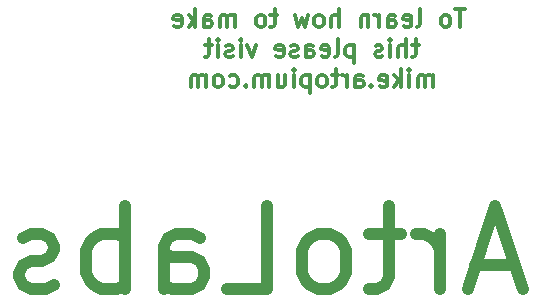
<source format=gbr>
G04 #@! TF.FileFunction,Legend,Bot*
%FSLAX46Y46*%
G04 Gerber Fmt 4.6, Leading zero omitted, Abs format (unit mm)*
G04 Created by KiCad (PCBNEW 4.0.7-e2-6376~58~ubuntu16.04.1) date Mon Oct 15 06:01:05 2018*
%MOMM*%
%LPD*%
G01*
G04 APERTURE LIST*
%ADD10C,0.100000*%
%ADD11C,0.300000*%
%ADD12C,1.000000*%
G04 APERTURE END LIST*
D10*
D11*
X159685000Y-105213571D02*
X158827857Y-105213571D01*
X159256428Y-106713571D02*
X159256428Y-105213571D01*
X158113571Y-106713571D02*
X158256429Y-106642143D01*
X158327857Y-106570714D01*
X158399286Y-106427857D01*
X158399286Y-105999286D01*
X158327857Y-105856429D01*
X158256429Y-105785000D01*
X158113571Y-105713571D01*
X157899286Y-105713571D01*
X157756429Y-105785000D01*
X157685000Y-105856429D01*
X157613571Y-105999286D01*
X157613571Y-106427857D01*
X157685000Y-106570714D01*
X157756429Y-106642143D01*
X157899286Y-106713571D01*
X158113571Y-106713571D01*
X155613571Y-106713571D02*
X155756429Y-106642143D01*
X155827857Y-106499286D01*
X155827857Y-105213571D01*
X154470715Y-106642143D02*
X154613572Y-106713571D01*
X154899286Y-106713571D01*
X155042143Y-106642143D01*
X155113572Y-106499286D01*
X155113572Y-105927857D01*
X155042143Y-105785000D01*
X154899286Y-105713571D01*
X154613572Y-105713571D01*
X154470715Y-105785000D01*
X154399286Y-105927857D01*
X154399286Y-106070714D01*
X155113572Y-106213571D01*
X153113572Y-106713571D02*
X153113572Y-105927857D01*
X153185001Y-105785000D01*
X153327858Y-105713571D01*
X153613572Y-105713571D01*
X153756429Y-105785000D01*
X153113572Y-106642143D02*
X153256429Y-106713571D01*
X153613572Y-106713571D01*
X153756429Y-106642143D01*
X153827858Y-106499286D01*
X153827858Y-106356429D01*
X153756429Y-106213571D01*
X153613572Y-106142143D01*
X153256429Y-106142143D01*
X153113572Y-106070714D01*
X152399286Y-106713571D02*
X152399286Y-105713571D01*
X152399286Y-105999286D02*
X152327858Y-105856429D01*
X152256429Y-105785000D01*
X152113572Y-105713571D01*
X151970715Y-105713571D01*
X151470715Y-105713571D02*
X151470715Y-106713571D01*
X151470715Y-105856429D02*
X151399287Y-105785000D01*
X151256429Y-105713571D01*
X151042144Y-105713571D01*
X150899287Y-105785000D01*
X150827858Y-105927857D01*
X150827858Y-106713571D01*
X148970715Y-106713571D02*
X148970715Y-105213571D01*
X148327858Y-106713571D02*
X148327858Y-105927857D01*
X148399287Y-105785000D01*
X148542144Y-105713571D01*
X148756429Y-105713571D01*
X148899287Y-105785000D01*
X148970715Y-105856429D01*
X147399286Y-106713571D02*
X147542144Y-106642143D01*
X147613572Y-106570714D01*
X147685001Y-106427857D01*
X147685001Y-105999286D01*
X147613572Y-105856429D01*
X147542144Y-105785000D01*
X147399286Y-105713571D01*
X147185001Y-105713571D01*
X147042144Y-105785000D01*
X146970715Y-105856429D01*
X146899286Y-105999286D01*
X146899286Y-106427857D01*
X146970715Y-106570714D01*
X147042144Y-106642143D01*
X147185001Y-106713571D01*
X147399286Y-106713571D01*
X146399286Y-105713571D02*
X146113572Y-106713571D01*
X145827858Y-105999286D01*
X145542143Y-106713571D01*
X145256429Y-105713571D01*
X143756429Y-105713571D02*
X143185000Y-105713571D01*
X143542143Y-105213571D02*
X143542143Y-106499286D01*
X143470715Y-106642143D01*
X143327857Y-106713571D01*
X143185000Y-106713571D01*
X142470714Y-106713571D02*
X142613572Y-106642143D01*
X142685000Y-106570714D01*
X142756429Y-106427857D01*
X142756429Y-105999286D01*
X142685000Y-105856429D01*
X142613572Y-105785000D01*
X142470714Y-105713571D01*
X142256429Y-105713571D01*
X142113572Y-105785000D01*
X142042143Y-105856429D01*
X141970714Y-105999286D01*
X141970714Y-106427857D01*
X142042143Y-106570714D01*
X142113572Y-106642143D01*
X142256429Y-106713571D01*
X142470714Y-106713571D01*
X140185000Y-106713571D02*
X140185000Y-105713571D01*
X140185000Y-105856429D02*
X140113572Y-105785000D01*
X139970714Y-105713571D01*
X139756429Y-105713571D01*
X139613572Y-105785000D01*
X139542143Y-105927857D01*
X139542143Y-106713571D01*
X139542143Y-105927857D02*
X139470714Y-105785000D01*
X139327857Y-105713571D01*
X139113572Y-105713571D01*
X138970714Y-105785000D01*
X138899286Y-105927857D01*
X138899286Y-106713571D01*
X137542143Y-106713571D02*
X137542143Y-105927857D01*
X137613572Y-105785000D01*
X137756429Y-105713571D01*
X138042143Y-105713571D01*
X138185000Y-105785000D01*
X137542143Y-106642143D02*
X137685000Y-106713571D01*
X138042143Y-106713571D01*
X138185000Y-106642143D01*
X138256429Y-106499286D01*
X138256429Y-106356429D01*
X138185000Y-106213571D01*
X138042143Y-106142143D01*
X137685000Y-106142143D01*
X137542143Y-106070714D01*
X136827857Y-106713571D02*
X136827857Y-105213571D01*
X136685000Y-106142143D02*
X136256429Y-106713571D01*
X136256429Y-105713571D02*
X136827857Y-106285000D01*
X135042143Y-106642143D02*
X135185000Y-106713571D01*
X135470714Y-106713571D01*
X135613571Y-106642143D01*
X135685000Y-106499286D01*
X135685000Y-105927857D01*
X135613571Y-105785000D01*
X135470714Y-105713571D01*
X135185000Y-105713571D01*
X135042143Y-105785000D01*
X134970714Y-105927857D01*
X134970714Y-106070714D01*
X135685000Y-106213571D01*
X155720715Y-108263571D02*
X155149286Y-108263571D01*
X155506429Y-107763571D02*
X155506429Y-109049286D01*
X155435001Y-109192143D01*
X155292143Y-109263571D01*
X155149286Y-109263571D01*
X154649286Y-109263571D02*
X154649286Y-107763571D01*
X154006429Y-109263571D02*
X154006429Y-108477857D01*
X154077858Y-108335000D01*
X154220715Y-108263571D01*
X154435000Y-108263571D01*
X154577858Y-108335000D01*
X154649286Y-108406429D01*
X153292143Y-109263571D02*
X153292143Y-108263571D01*
X153292143Y-107763571D02*
X153363572Y-107835000D01*
X153292143Y-107906429D01*
X153220715Y-107835000D01*
X153292143Y-107763571D01*
X153292143Y-107906429D01*
X152649286Y-109192143D02*
X152506429Y-109263571D01*
X152220714Y-109263571D01*
X152077857Y-109192143D01*
X152006429Y-109049286D01*
X152006429Y-108977857D01*
X152077857Y-108835000D01*
X152220714Y-108763571D01*
X152435000Y-108763571D01*
X152577857Y-108692143D01*
X152649286Y-108549286D01*
X152649286Y-108477857D01*
X152577857Y-108335000D01*
X152435000Y-108263571D01*
X152220714Y-108263571D01*
X152077857Y-108335000D01*
X150220714Y-108263571D02*
X150220714Y-109763571D01*
X150220714Y-108335000D02*
X150077857Y-108263571D01*
X149792143Y-108263571D01*
X149649286Y-108335000D01*
X149577857Y-108406429D01*
X149506428Y-108549286D01*
X149506428Y-108977857D01*
X149577857Y-109120714D01*
X149649286Y-109192143D01*
X149792143Y-109263571D01*
X150077857Y-109263571D01*
X150220714Y-109192143D01*
X148649285Y-109263571D02*
X148792143Y-109192143D01*
X148863571Y-109049286D01*
X148863571Y-107763571D01*
X147506429Y-109192143D02*
X147649286Y-109263571D01*
X147935000Y-109263571D01*
X148077857Y-109192143D01*
X148149286Y-109049286D01*
X148149286Y-108477857D01*
X148077857Y-108335000D01*
X147935000Y-108263571D01*
X147649286Y-108263571D01*
X147506429Y-108335000D01*
X147435000Y-108477857D01*
X147435000Y-108620714D01*
X148149286Y-108763571D01*
X146149286Y-109263571D02*
X146149286Y-108477857D01*
X146220715Y-108335000D01*
X146363572Y-108263571D01*
X146649286Y-108263571D01*
X146792143Y-108335000D01*
X146149286Y-109192143D02*
X146292143Y-109263571D01*
X146649286Y-109263571D01*
X146792143Y-109192143D01*
X146863572Y-109049286D01*
X146863572Y-108906429D01*
X146792143Y-108763571D01*
X146649286Y-108692143D01*
X146292143Y-108692143D01*
X146149286Y-108620714D01*
X145506429Y-109192143D02*
X145363572Y-109263571D01*
X145077857Y-109263571D01*
X144935000Y-109192143D01*
X144863572Y-109049286D01*
X144863572Y-108977857D01*
X144935000Y-108835000D01*
X145077857Y-108763571D01*
X145292143Y-108763571D01*
X145435000Y-108692143D01*
X145506429Y-108549286D01*
X145506429Y-108477857D01*
X145435000Y-108335000D01*
X145292143Y-108263571D01*
X145077857Y-108263571D01*
X144935000Y-108335000D01*
X143649286Y-109192143D02*
X143792143Y-109263571D01*
X144077857Y-109263571D01*
X144220714Y-109192143D01*
X144292143Y-109049286D01*
X144292143Y-108477857D01*
X144220714Y-108335000D01*
X144077857Y-108263571D01*
X143792143Y-108263571D01*
X143649286Y-108335000D01*
X143577857Y-108477857D01*
X143577857Y-108620714D01*
X144292143Y-108763571D01*
X141935000Y-108263571D02*
X141577857Y-109263571D01*
X141220715Y-108263571D01*
X140649286Y-109263571D02*
X140649286Y-108263571D01*
X140649286Y-107763571D02*
X140720715Y-107835000D01*
X140649286Y-107906429D01*
X140577858Y-107835000D01*
X140649286Y-107763571D01*
X140649286Y-107906429D01*
X140006429Y-109192143D02*
X139863572Y-109263571D01*
X139577857Y-109263571D01*
X139435000Y-109192143D01*
X139363572Y-109049286D01*
X139363572Y-108977857D01*
X139435000Y-108835000D01*
X139577857Y-108763571D01*
X139792143Y-108763571D01*
X139935000Y-108692143D01*
X140006429Y-108549286D01*
X140006429Y-108477857D01*
X139935000Y-108335000D01*
X139792143Y-108263571D01*
X139577857Y-108263571D01*
X139435000Y-108335000D01*
X138720714Y-109263571D02*
X138720714Y-108263571D01*
X138720714Y-107763571D02*
X138792143Y-107835000D01*
X138720714Y-107906429D01*
X138649286Y-107835000D01*
X138720714Y-107763571D01*
X138720714Y-107906429D01*
X138220714Y-108263571D02*
X137649285Y-108263571D01*
X138006428Y-107763571D02*
X138006428Y-109049286D01*
X137935000Y-109192143D01*
X137792142Y-109263571D01*
X137649285Y-109263571D01*
X156935000Y-111813571D02*
X156935000Y-110813571D01*
X156935000Y-110956429D02*
X156863572Y-110885000D01*
X156720714Y-110813571D01*
X156506429Y-110813571D01*
X156363572Y-110885000D01*
X156292143Y-111027857D01*
X156292143Y-111813571D01*
X156292143Y-111027857D02*
X156220714Y-110885000D01*
X156077857Y-110813571D01*
X155863572Y-110813571D01*
X155720714Y-110885000D01*
X155649286Y-111027857D01*
X155649286Y-111813571D01*
X154935000Y-111813571D02*
X154935000Y-110813571D01*
X154935000Y-110313571D02*
X155006429Y-110385000D01*
X154935000Y-110456429D01*
X154863572Y-110385000D01*
X154935000Y-110313571D01*
X154935000Y-110456429D01*
X154220714Y-111813571D02*
X154220714Y-110313571D01*
X154077857Y-111242143D02*
X153649286Y-111813571D01*
X153649286Y-110813571D02*
X154220714Y-111385000D01*
X152435000Y-111742143D02*
X152577857Y-111813571D01*
X152863571Y-111813571D01*
X153006428Y-111742143D01*
X153077857Y-111599286D01*
X153077857Y-111027857D01*
X153006428Y-110885000D01*
X152863571Y-110813571D01*
X152577857Y-110813571D01*
X152435000Y-110885000D01*
X152363571Y-111027857D01*
X152363571Y-111170714D01*
X153077857Y-111313571D01*
X151720714Y-111670714D02*
X151649286Y-111742143D01*
X151720714Y-111813571D01*
X151792143Y-111742143D01*
X151720714Y-111670714D01*
X151720714Y-111813571D01*
X150363571Y-111813571D02*
X150363571Y-111027857D01*
X150435000Y-110885000D01*
X150577857Y-110813571D01*
X150863571Y-110813571D01*
X151006428Y-110885000D01*
X150363571Y-111742143D02*
X150506428Y-111813571D01*
X150863571Y-111813571D01*
X151006428Y-111742143D01*
X151077857Y-111599286D01*
X151077857Y-111456429D01*
X151006428Y-111313571D01*
X150863571Y-111242143D01*
X150506428Y-111242143D01*
X150363571Y-111170714D01*
X149649285Y-111813571D02*
X149649285Y-110813571D01*
X149649285Y-111099286D02*
X149577857Y-110956429D01*
X149506428Y-110885000D01*
X149363571Y-110813571D01*
X149220714Y-110813571D01*
X148935000Y-110813571D02*
X148363571Y-110813571D01*
X148720714Y-110313571D02*
X148720714Y-111599286D01*
X148649286Y-111742143D01*
X148506428Y-111813571D01*
X148363571Y-111813571D01*
X147649285Y-111813571D02*
X147792143Y-111742143D01*
X147863571Y-111670714D01*
X147935000Y-111527857D01*
X147935000Y-111099286D01*
X147863571Y-110956429D01*
X147792143Y-110885000D01*
X147649285Y-110813571D01*
X147435000Y-110813571D01*
X147292143Y-110885000D01*
X147220714Y-110956429D01*
X147149285Y-111099286D01*
X147149285Y-111527857D01*
X147220714Y-111670714D01*
X147292143Y-111742143D01*
X147435000Y-111813571D01*
X147649285Y-111813571D01*
X146506428Y-110813571D02*
X146506428Y-112313571D01*
X146506428Y-110885000D02*
X146363571Y-110813571D01*
X146077857Y-110813571D01*
X145935000Y-110885000D01*
X145863571Y-110956429D01*
X145792142Y-111099286D01*
X145792142Y-111527857D01*
X145863571Y-111670714D01*
X145935000Y-111742143D01*
X146077857Y-111813571D01*
X146363571Y-111813571D01*
X146506428Y-111742143D01*
X145149285Y-111813571D02*
X145149285Y-110813571D01*
X145149285Y-110313571D02*
X145220714Y-110385000D01*
X145149285Y-110456429D01*
X145077857Y-110385000D01*
X145149285Y-110313571D01*
X145149285Y-110456429D01*
X143792142Y-110813571D02*
X143792142Y-111813571D01*
X144434999Y-110813571D02*
X144434999Y-111599286D01*
X144363571Y-111742143D01*
X144220713Y-111813571D01*
X144006428Y-111813571D01*
X143863571Y-111742143D01*
X143792142Y-111670714D01*
X143077856Y-111813571D02*
X143077856Y-110813571D01*
X143077856Y-110956429D02*
X143006428Y-110885000D01*
X142863570Y-110813571D01*
X142649285Y-110813571D01*
X142506428Y-110885000D01*
X142434999Y-111027857D01*
X142434999Y-111813571D01*
X142434999Y-111027857D02*
X142363570Y-110885000D01*
X142220713Y-110813571D01*
X142006428Y-110813571D01*
X141863570Y-110885000D01*
X141792142Y-111027857D01*
X141792142Y-111813571D01*
X141077856Y-111670714D02*
X141006428Y-111742143D01*
X141077856Y-111813571D01*
X141149285Y-111742143D01*
X141077856Y-111670714D01*
X141077856Y-111813571D01*
X139720713Y-111742143D02*
X139863570Y-111813571D01*
X140149284Y-111813571D01*
X140292142Y-111742143D01*
X140363570Y-111670714D01*
X140434999Y-111527857D01*
X140434999Y-111099286D01*
X140363570Y-110956429D01*
X140292142Y-110885000D01*
X140149284Y-110813571D01*
X139863570Y-110813571D01*
X139720713Y-110885000D01*
X138863570Y-111813571D02*
X139006428Y-111742143D01*
X139077856Y-111670714D01*
X139149285Y-111527857D01*
X139149285Y-111099286D01*
X139077856Y-110956429D01*
X139006428Y-110885000D01*
X138863570Y-110813571D01*
X138649285Y-110813571D01*
X138506428Y-110885000D01*
X138434999Y-110956429D01*
X138363570Y-111099286D01*
X138363570Y-111527857D01*
X138434999Y-111670714D01*
X138506428Y-111742143D01*
X138649285Y-111813571D01*
X138863570Y-111813571D01*
X137720713Y-111813571D02*
X137720713Y-110813571D01*
X137720713Y-110956429D02*
X137649285Y-110885000D01*
X137506427Y-110813571D01*
X137292142Y-110813571D01*
X137149285Y-110885000D01*
X137077856Y-111027857D01*
X137077856Y-111813571D01*
X137077856Y-111027857D02*
X137006427Y-110885000D01*
X136863570Y-110813571D01*
X136649285Y-110813571D01*
X136506427Y-110885000D01*
X136434999Y-111027857D01*
X136434999Y-111813571D01*
D12*
X163875000Y-126896667D02*
X160541666Y-126896667D01*
X164541666Y-128896667D02*
X162208333Y-121896667D01*
X159875000Y-128896667D01*
X157541666Y-128896667D02*
X157541666Y-124230000D01*
X157541666Y-125563333D02*
X157208333Y-124896667D01*
X156875000Y-124563333D01*
X156208333Y-124230000D01*
X155541666Y-124230000D01*
X154208333Y-124230000D02*
X151541667Y-124230000D01*
X153208333Y-121896667D02*
X153208333Y-127896667D01*
X152875000Y-128563333D01*
X152208333Y-128896667D01*
X151541667Y-128896667D01*
X148208333Y-128896667D02*
X148875000Y-128563333D01*
X149208333Y-128230000D01*
X149541667Y-127563333D01*
X149541667Y-125563333D01*
X149208333Y-124896667D01*
X148875000Y-124563333D01*
X148208333Y-124230000D01*
X147208333Y-124230000D01*
X146541667Y-124563333D01*
X146208333Y-124896667D01*
X145875000Y-125563333D01*
X145875000Y-127563333D01*
X146208333Y-128230000D01*
X146541667Y-128563333D01*
X147208333Y-128896667D01*
X148208333Y-128896667D01*
X139541667Y-128896667D02*
X142875000Y-128896667D01*
X142875000Y-121896667D01*
X134208333Y-128896667D02*
X134208333Y-125230000D01*
X134541667Y-124563333D01*
X135208333Y-124230000D01*
X136541667Y-124230000D01*
X137208333Y-124563333D01*
X134208333Y-128563333D02*
X134875000Y-128896667D01*
X136541667Y-128896667D01*
X137208333Y-128563333D01*
X137541667Y-127896667D01*
X137541667Y-127230000D01*
X137208333Y-126563333D01*
X136541667Y-126230000D01*
X134875000Y-126230000D01*
X134208333Y-125896667D01*
X130875000Y-128896667D02*
X130875000Y-121896667D01*
X130875000Y-124563333D02*
X130208334Y-124230000D01*
X128875000Y-124230000D01*
X128208334Y-124563333D01*
X127875000Y-124896667D01*
X127541667Y-125563333D01*
X127541667Y-127563333D01*
X127875000Y-128230000D01*
X128208334Y-128563333D01*
X128875000Y-128896667D01*
X130208334Y-128896667D01*
X130875000Y-128563333D01*
X124875001Y-128563333D02*
X124208334Y-128896667D01*
X122875001Y-128896667D01*
X122208334Y-128563333D01*
X121875001Y-127896667D01*
X121875001Y-127563333D01*
X122208334Y-126896667D01*
X122875001Y-126563333D01*
X123875001Y-126563333D01*
X124541667Y-126230000D01*
X124875001Y-125563333D01*
X124875001Y-125230000D01*
X124541667Y-124563333D01*
X123875001Y-124230000D01*
X122875001Y-124230000D01*
X122208334Y-124563333D01*
M02*

</source>
